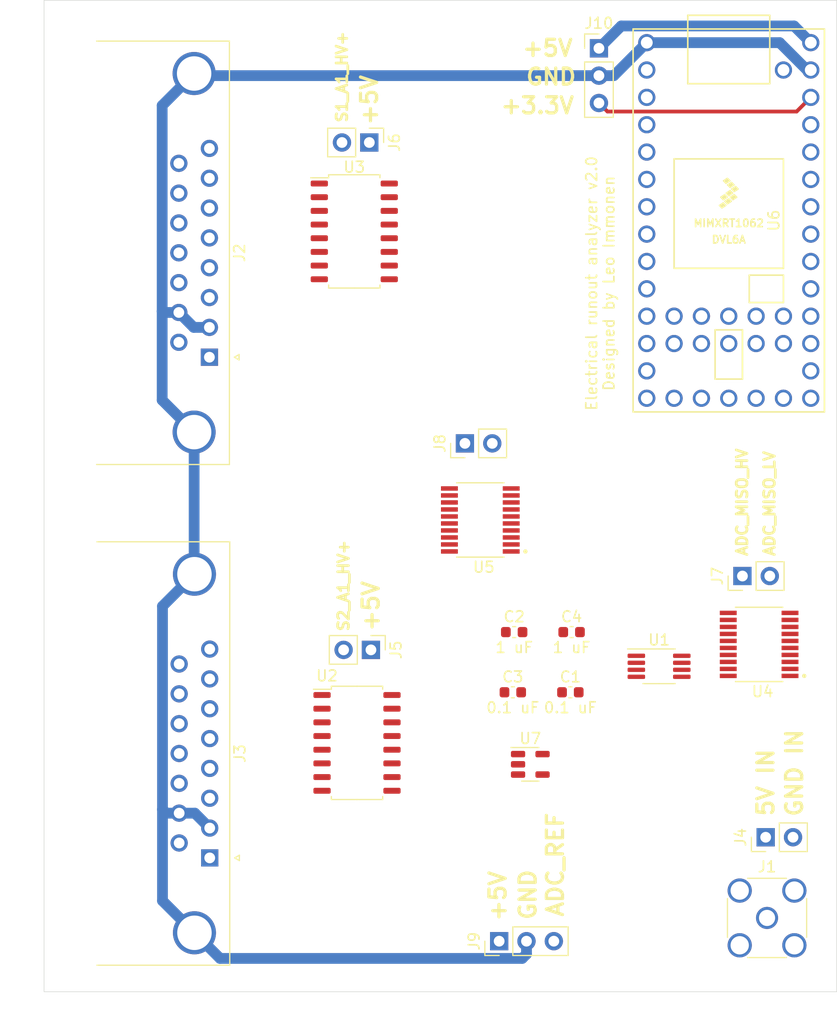
<source format=kicad_pcb>
(kicad_pcb (version 20211014) (generator pcbnew)
  (layers (0 "F.Cu" signal) (31 "B.Cu" signal) (34 "B.Paste" user) (35 "F.Paste" user) (36 "B.SilkS" user "B.Silkscreen") (37 "F.SilkS" user "F.Silkscreen") (38 "B.Mask" user) (39 "F.Mask" user) (44 "Edge.Cuts" user))
  (net 0 "")
  (net 1 "GND")
  (net 4 "/ADC_CLK_LV")
  (net 7 "/ADC_MISO_LV")
  (net 18 "+3V3")
  (net 19 "+5V")
  (net 22 "/ADC_CS_LV")
  (net 23 "/S2_AS_LV")
  (net 24 "/S1_AS_LV")
  (net 25 "/S2_A0_LV")
  (net 26 "/S1_A0_LV")
  (net 28 "/S2_A2_LV")
  (net 29 "/S2_A1_LV")
  (net 30 "/S1_A2_LV")
  (net 31 "/S1_A1_LV")
  (net 43 "/S1_A0_HV")
  (net 44 "/S1_A1_HV")
  (net 45 "/S1_A2_HV")
  (net 46 "/S1_AS_HV")
  (net 47 "/S2_A0_HV")
  (net 48 "/S2_A1_HV")
  (net 49 "/S2_A2_HV")
  (net 50 "/S2_AS_HV")
  (net 61 "/ADC_CS_HV")
  (net 62 "/ADC_MISO_HV")
  (net 63 "/ADC_CLK_HV")
  (net 64 "Net-(C3-Pad1)")
  (net 65 "/ADC_REF")
  (net 66 "/S1_A0_HV-")
  (net 67 "/S1_A0_HV+")
  (net 68 "/S1_A1_HV+")
  (net 69 "/S1_A1_HV-")
  (net 70 "/S1_A2_HV-")
  (net 71 "/S1_A2_HV+")
  (net 75 "/S2_A0_HV-")
  (net 76 "/S2_A0_HV+")
  (net 77 "/S2_A1_HV+")
  (net 78 "/S2_A1_HV-")
  (net 79 "/S2_A2_HV-")
  (net 80 "/S2_A2_HV+")
  (net 84 "/ADC_IN5V")
  (net 85 "/ADC_INGND")
  (footprint "TXB0108PWR:SOP65P640X120-20N" (layer "F.Cu") (at 50.5725 58.293 180)
    (fp_text reference "U5" (at -0.325 -4.385) (layer "F.SilkS"))
    (fp_text value "TXB0108PWR")
    (fp_line (start -2.2 3.45) (end 2.2 3.45) (layer "F.SilkS") (width 0.127))
    (fp_line (start -2.2 -3.45) (end 2.2 -3.45) (layer "F.SilkS") (width 0.127))
    (fp_circle (center -4.19 -2.925) (end -4.09 -2.925) (layer "F.SilkS") (width 0.2) (fill none))
    (pad "1" smd roundrect locked (at -2.87 -2.925 180) (size 1.57 0.41) (layers "F.Cu" "F.Paste" "F.Mask") (roundrect_rratio 0.05) (net 23 "/S2_AS_LV"))
    (pad "2" smd roundrect locked (at -2.87 -2.275 180) (size 1.57 0.41) (layers "F.Cu" "F.Paste" "F.Mask") (roundrect_rratio 0.05) (net 18 "+3V3"))
    (pad "3" smd roundrect locked (at -2.87 -1.625 180) (size 1.57 0.41) (layers "F.Cu" "F.Paste" "F.Mask") (roundrect_rratio 0.05) (net 28 "/S2_A2_LV"))
    (pad "4" smd roundrect locked (at -2.87 -0.975 180) (size 1.57 0.41) (layers "F.Cu" "F.Paste" "F.Mask") (roundrect_rratio 0.05) (net 29 "/S2_A1_LV"))
    (pad "5" smd roundrect locked (at -2.87 -0.325 180) (size 1.57 0.41) (layers "F.Cu" "F.Paste" "F.Mask") (roundrect_rratio 0.05) (net 25 "/S2_A0_LV"))
    (pad "6" smd roundrect locked (at -2.87 0.325 180) (size 1.57 0.41) (layers "F.Cu" "F.Paste" "F.Mask") (roundrect_rratio 0.05) (net 24 "/S1_AS_LV"))
    (pad "7" smd roundrect locked (at -2.87 0.975 180) (size 1.57 0.41) (layers "F.Cu" "F.Paste" "F.Mask") (roundrect_rratio 0.05) (net 30 "/S1_A2_LV"))
    (pad "8" smd roundrect locked (at -2.87 1.625 180) (size 1.57 0.41) (layers "F.Cu" "F.Paste" "F.Mask") (roundrect_rratio 0.05) (net 31 "/S1_A1_LV"))
    (pad "9" smd roundrect locked (at -2.87 2.275 180) (size 1.57 0.41) (layers "F.Cu" "F.Paste" "F.Mask") (roundrect_rratio 0.05) (net 26 "/S1_A0_LV"))
    (pad "10" smd roundrect locked (at -2.87 2.925 180) (size 1.57 0.41) (layers "F.Cu" "F.Paste" "F.Mask") (roundrect_rratio 0.05) (net 18 "+3V3"))
    (pad "11" smd roundrect locked (at 2.87 2.925 180) (size 1.57 0.41) (layers "F.Cu" "F.Paste" "F.Mask") (roundrect_rratio 0.05) (net 1 "GND"))
    (pad "12" smd roundrect locked (at 2.87 2.275 180) (size 1.57 0.41) (layers "F.Cu" "F.Paste" "F.Mask") (roundrect_rratio 0.05) (net 43 "/S1_A0_HV"))
    (pad "13" smd roundrect locked (at 2.87 1.625 180) (size 1.57 0.41) (layers "F.Cu" "F.Paste" "F.Mask") (roundrect_rratio 0.05) (net 44 "/S1_A1_HV"))
    (pad "14" smd roundrect locked (at 2.87 0.975 180) (size 1.57 0.41) (layers "F.Cu" "F.Paste" "F.Mask") (roundrect_rratio 0.05) (net 45 "/S1_A2_HV"))
    (pad "15" smd roundrect locked (at 2.87 0.325 180) (size 1.57 0.41) (layers "F.Cu" "F.Paste" "F.Mask") (roundrect_rratio 0.05) (net 46 "/S1_AS_HV"))
    (pad "16" smd roundrect locked (at 2.87 -0.325 180) (size 1.57 0.41) (layers "F.Cu" "F.Paste" "F.Mask") (roundrect_rratio 0.05) (net 47 "/S2_A0_HV"))
    (pad "17" smd roundrect locked (at 2.87 -0.975 180) (size 1.57 0.41) (layers "F.Cu" "F.Paste" "F.Mask") (roundrect_rratio 0.05) (net 48 "/S2_A1_HV"))
    (pad "18" smd roundrect locked (at 2.87 -1.625 180) (size 1.57 0.41) (layers "F.Cu" "F.Paste" "F.Mask") (roundrect_rratio 0.05) (net 49 "/S2_A2_HV"))
    (pad "19" smd roundrect locked (at 2.87 -2.275 180) (size 1.57 0.41) (layers "F.Cu" "F.Paste" "F.Mask") (roundrect_rratio 0.05) (net 19 "+5V"))
    (pad "20" smd roundrect locked (at 2.87 -2.925 180) (size 1.57 0.41) (layers "F.Cu" "F.Paste" "F.Mask") (roundrect_rratio 0.05) (net 50 "/S2_AS_HV"))
  )
  (footprint "Connector_PinHeader_2.54mm:PinHeader_1x02_P2.54mm_Vertical" (layer "F.Cu") (at 40.411 70.358 -90)
    (fp_text reference "J5" (at 0 -2.33 90) (layer "F.SilkS"))
    (fp_text value "Conn_01x02_Female")
    (fp_line (start -1.33 -1.33) (end 0 -1.33) (layer "F.SilkS") (width 0.12))
    (fp_line (start -1.33 0) (end -1.33 -1.33) (layer "F.SilkS") (width 0.12))
    (fp_line (start -1.33 1.27) (end 1.33 1.27) (layer "F.SilkS") (width 0.12))
    (fp_line (start 1.33 1.27) (end 1.33 3.87) (layer "F.SilkS") (width 0.12))
    (fp_line (start -1.33 3.87) (end 1.33 3.87) (layer "F.SilkS") (width 0.12))
    (fp_line (start -1.33 1.27) (end -1.33 3.87) (layer "F.SilkS") (width 0.12))
    (pad "1" thru_hole rect (at 0 0 270) (size 1.7 1.7) (drill 1) (layers *.Cu *.Mask) (net 19 "+5V"))
    (pad "2" thru_hole oval (at 0 2.54 270) (size 1.7 1.7) (drill 1) (layers *.Cu *.Mask) (net 77 "/S2_A1_HV+"))
  )
  (footprint "Package_SO:SOIC-16_4.55x10.3mm_P1.27mm" (layer "F.Cu") (at 38.862 31.496)
    (fp_text reference "U3" (at 0 -5.969 180) (layer "F.SilkS"))
    (fp_text value "MC3486N")
    (fp_line (start 0 -5.26) (end -2.385 -5.26) (layer "F.SilkS") (width 0.12))
    (fp_line (start 0 5.26) (end -2.385 5.26) (layer "F.SilkS") (width 0.12))
    (fp_line (start 2.385 5.26) (end 2.385 4.98) (layer "F.SilkS") (width 0.12))
    (fp_line (start 2.385 -5.26) (end 2.385 -4.98) (layer "F.SilkS") (width 0.12))
    (fp_line (start 0 5.26) (end 2.385 5.26) (layer "F.SilkS") (width 0.12))
    (fp_line (start 0 -5.26) (end 2.385 -5.26) (layer "F.SilkS") (width 0.12))
    (fp_line (start -2.385 5.26) (end -2.385 4.98) (layer "F.SilkS") (width 0.12))
    (fp_line (start -2.385 -4.98) (end -4.05 -4.98) (layer "F.SilkS") (width 0.12))
    (fp_line (start -2.385 -5.26) (end -2.385 -4.98) (layer "F.SilkS") (width 0.12))
    (pad "1" smd roundrect (at -3.25 -4.445) (size 1.6 0.55) (layers "F.Cu" "F.Paste" "F.Mask") (net 66 "/S1_A0_HV-"))
    (pad "2" smd roundrect (at -3.25 -3.175) (size 1.6 0.55) (layers "F.Cu" "F.Paste" "F.Mask") (net 67 "/S1_A0_HV+"))
    (pad "3" smd roundrect (at -3.25 -1.905) (size 1.6 0.55) (layers "F.Cu" "F.Paste" "F.Mask") (net 43 "/S1_A0_HV"))
    (pad "4" smd roundrect (at -3.25 -0.635) (size 1.6 0.55) (layers "F.Cu" "F.Paste" "F.Mask") (net 19 "+5V"))
    (pad "5" smd roundrect (at -3.25 0.635) (size 1.6 0.55) (layers "F.Cu" "F.Paste" "F.Mask") (net 44 "/S1_A1_HV"))
    (pad "6" smd roundrect (at -3.25 1.905) (size 1.6 0.55) (layers "F.Cu" "F.Paste" "F.Mask") (net 68 "/S1_A1_HV+"))
    (pad "7" smd roundrect (at -3.25 3.175) (size 1.6 0.55) (layers "F.Cu" "F.Paste" "F.Mask") (net 69 "/S1_A1_HV-"))
    (pad "8" smd roundrect (at -3.25 4.445) (size 1.6 0.55) (layers "F.Cu" "F.Paste" "F.Mask") (net 1 "GND"))
    (pad "9" smd roundrect (at 3.25 4.445) (size 1.6 0.55) (layers "F.Cu" "F.Paste" "F.Mask") (net 70 "/S1_A2_HV-"))
    (pad "10" smd roundrect (at 3.25 3.175) (size 1.6 0.55) (layers "F.Cu" "F.Paste" "F.Mask") (net 71 "/S1_A2_HV+"))
    (pad "11" smd roundrect (at 3.25 1.905) (size 1.6 0.55) (layers "F.Cu" "F.Paste" "F.Mask") (net 45 "/S1_A2_HV"))
    (pad "12" smd roundrect (at 3.25 0.635) (size 1.6 0.55) (layers "F.Cu" "F.Paste" "F.Mask") (net 19 "+5V"))
    (pad "13" smd roundrect (at 3.25 -0.635) (size 1.6 0.55) (layers "F.Cu" "F.Paste" "F.Mask"))
    (pad "14" smd roundrect (at 3.25 -1.905) (size 1.6 0.55) (layers "F.Cu" "F.Paste" "F.Mask"))
    (pad "15" smd roundrect (at 3.25 -3.175) (size 1.6 0.55) (layers "F.Cu" "F.Paste" "F.Mask"))
    (pad "16" smd roundrect (at 3.25 -4.445) (size 1.6 0.55) (layers "F.Cu" "F.Paste" "F.Mask") (net 19 "+5V"))
  )
  (footprint "Connector_PinHeader_2.54mm:PinHeader_1x02_P2.54mm_Vertical" (layer "F.Cu") (at 74.93 63.5 90)
    (fp_text reference "J7" (at 0 -2.33 90) (layer "F.SilkS"))
    (fp_text value "Conn_01x02_Female")
    (fp_line (start -1.33 3.87) (end 1.33 3.87) (layer "F.SilkS") (width 0.12))
    (fp_line (start -1.33 -1.33) (end 0 -1.33) (layer "F.SilkS") (width 0.12))
    (fp_line (start -1.33 1.27) (end 1.33 1.27) (layer "F.SilkS") (width 0.12))
    (fp_line (start -1.33 0) (end -1.33 -1.33) (layer "F.SilkS") (width 0.12))
    (fp_line (start 1.33 1.27) (end 1.33 3.87) (layer "F.SilkS") (width 0.12))
    (fp_line (start -1.33 1.27) (end -1.33 3.87) (layer "F.SilkS") (width 0.12))
    (pad "1" thru_hole rect (at 0 0 90) (size 1.7 1.7) (drill 1) (layers *.Cu *.Mask) (net 62 "/ADC_MISO_HV"))
    (pad "2" thru_hole oval (at 0 2.54 90) (size 1.7 1.7) (drill 1) (layers *.Cu *.Mask) (net 7 "/ADC_MISO_LV"))
  )
  (footprint "Connector_PinHeader_2.54mm:PinHeader_1x02_P2.54mm_Vertical" (layer "F.Cu") (at 77.089 87.757 90)
    (fp_text reference "J4" (at 0 -2.33 90) (layer "F.SilkS"))
    (fp_text value "Conn_01x02_Female")
    (fp_line (start -1.33 1.27) (end -1.33 3.87) (layer "F.SilkS") (width 0.12))
    (fp_line (start -1.33 -1.33) (end 0 -1.33) (layer "F.SilkS") (width 0.12))
    (fp_line (start -1.33 3.87) (end 1.33 3.87) (layer "F.SilkS") (width 0.12))
    (fp_line (start -1.33 0) (end -1.33 -1.33) (layer "F.SilkS") (width 0.12))
    (fp_line (start -1.33 1.27) (end 1.33 1.27) (layer "F.SilkS") (width 0.12))
    (fp_line (start 1.33 1.27) (end 1.33 3.87) (layer "F.SilkS") (width 0.12))
    (pad "1" thru_hole rect (at 0 0 90) (size 1.7 1.7) (drill 1) (layers *.Cu *.Mask) (net 84 "/ADC_IN5V"))
    (pad "2" thru_hole oval (at 0 2.54 90) (size 1.7 1.7) (drill 1) (layers *.Cu *.Mask) (net 85 "/ADC_INGND"))
  )
  (footprint "Connector_PinHeader_2.54mm:PinHeader_1x03_P2.54mm_Vertical" (layer "F.Cu") (at 61.595 14.493)
    (fp_text reference "J10" (at 0 -2.33) (layer "F.SilkS"))
    (fp_text value "Conn_01x03_Female")
    (fp_line (start 1.33 1.27) (end 1.33 6.41) (layer "F.SilkS") (width 0.12))
    (fp_line (start -1.33 6.41) (end 1.33 6.41) (layer "F.SilkS") (width 0.12))
    (fp_line (start -1.33 -1.33) (end 0 -1.33) (layer "F.SilkS") (width 0.12))
    (fp_line (start -1.33 0) (end -1.33 -1.33) (layer "F.SilkS") (width 0.12))
    (fp_line (start -1.33 1.27) (end 1.33 1.27) (layer "F.SilkS") (width 0.12))
    (fp_line (start -1.33 1.27) (end -1.33 6.41) (layer "F.SilkS") (width 0.12))
    (pad "1" thru_hole rect (at 0 0) (size 1.7 1.7) (drill 1) (layers *.Cu *.Mask) (net 19 "+5V"))
    (pad "2" thru_hole oval (at 0 2.54) (size 1.7 1.7) (drill 1) (layers *.Cu *.Mask) (net 1 "GND"))
    (pad "3" thru_hole oval (at 0 5.08) (size 1.7 1.7) (drill 1) (layers *.Cu *.Mask) (net 18 "+3V3"))
  )
  (footprint "Capacitor_SMD:C_0603_1608Metric" (layer "F.Cu") (at 53.721 68.707)
    (fp_text reference "C2" (at 0 -1.43) (layer "F.SilkS"))
    (fp_text value "1 uF" (at 0 1.43) (layer "F.SilkS"))
    (fp_line (start -0.14058 0.51) (end 0.14058 0.51) (layer "F.SilkS") (width 0.12))
    (fp_line (start -0.14058 -0.51) (end 0.14058 -0.51) (layer "F.SilkS") (width 0.12))
    (pad "1" smd roundrect (at -0.775 0) (size 0.9 0.95) (layers "F.Cu" "F.Paste" "F.Mask") (net 19 "+5V"))
    (pad "2" smd roundrect (at 0.775 0) (size 0.9 0.95) (layers "F.Cu" "F.Paste" "F.Mask") (net 1 "GND"))
  )
  (footprint "teensy:Teensy40" (layer "F.Cu") (at 73.66 30.48 -90)
    (fp_text reference "U6" (at 0 -4.191 90) (layer "F.SilkS"))
    (fp_text value "Teensy4.0")
    (fp_text user "DVL6A" (at 1.778 0) (layer "F.SilkS") (effects (font (size 0.7 0.7))))
    (fp_text user "MIMXRT1062" (at 0.254 0) (layer "F.SilkS") (effects (font (size 0.7 0.7))))
    (fp_line (start -17.78 8.89) (end -17.78 -8.89) (layer "F.SilkS") (width 0.15))
    (fp_line (start -12.7 -3.81) (end -17.78 -3.81) (layer "F.SilkS") (width 0.15))
    (fp_line (start 4.445 5.08) (end -5.715 5.08) (layer "F.SilkS") (width 0.15))
    (fp_line (start -19.05 -3.81) (end -17.78 -3.81) (layer "F.SilkS") (width 0.15))
    (fp_line (start -12.7 3.81) (end -17.78 3.81) (layer "F.SilkS") (width 0.15))
    (fp_line (start 10.16 1.27) (end 10.16 -1.27) (layer "F.SilkS") (width 0.15))
    (fp_line (start 10.16 -1.27) (end 14.732 -1.27) (layer "F.SilkS") (width 0.15))
    (fp_line (start 4.445 5.08) (end 4.445 -5.08) (layer "F.SilkS") (width 0.15))
    (fp_line (start 14.732 -1.27) (end 14.732 1.27) (layer "F.SilkS") (width 0.15))
    (fp_line (start 14.732 1.27) (end 10.16 1.27) (layer "F.SilkS") (width 0.15))
    (fp_line (start 7.62 -5.08) (end 7.62 -1.905) (layer "F.SilkS") (width 0.15))
    (fp_line (start 17.78 -8.89) (end 17.78 8.89) (layer "F.SilkS") (width 0.15))
    (fp_line (start 7.62 -1.905) (end 5.08 -1.905) (layer "F.SilkS") (width 0.15))
    (fp_line (start -17.78 3.81) (end -19.05 3.81) (layer "F.SilkS") (width 0.15))
    (fp_line (start 5.08 -1.905) (end 5.08 -5.08) (layer "F.SilkS") (width 0.15))
    (fp_line (start -5.715 -5.08) (end -5.715 5.08) (layer "F.SilkS") (width 0.15))
    (fp_line (start 5.08 -5.08) (end 7.62 -5.08) (layer "F.SilkS") (width 0.15))
    (fp_line (start -12.7 3.81) (end -12.7 -3.81) (layer "F.SilkS") (width 0.15))
    (fp_line (start -19.05 3.81) (end -19.05 -3.81) (layer "F.SilkS") (width 0.15))
    (fp_line (start -17.78 -8.89) (end 17.78 -8.89) (layer "F.SilkS") (width 0.15))
    (fp_line (start 4.445 -5.08) (end -5.715 -5.08) (layer "F.SilkS") (width 0.15))
    (fp_line (start 17.78 8.89) (end -17.78 8.89) (layer "F.SilkS") (width 0.15))
    (fp_poly (pts (xy -2.794 -0.127) (xy -2.54 -0.381) (xy -2.286 0) (xy -2.54 0.254)) (layer "F.SilkS") (width 0.1) (fill solid))
    (fp_poly (pts (xy -3.175 -0.635) (xy -2.921 -0.889) (xy -2.667 -0.508) (xy -2.921 -0.254)) (layer "F.SilkS") (width 0.1) (fill solid))
    (fp_poly (pts (xy -2.413 0.381) (xy -2.159 0.127) (xy -1.905 0.508) (xy -2.159 0.762)) (layer "F.SilkS") (width 0.1) (fill solid))
    (fp_poly (pts (xy -3.556 -0.254) (xy -3.302 -0.508) (xy -3.048 -0.127) (xy -3.302 0.127)) (layer "F.SilkS") (width 0.1) (fill solid))
    (fp_poly (pts (xy -3.937 0.127) (xy -3.683 -0.127) (xy -3.429 0.254) (xy -3.683 0.508)) (layer "F.SilkS") (width 0.1) (fill solid))
    (fp_poly (pts (xy -2.032 0) (xy -1.778 -0.254) (xy -1.524 0.127) (xy -1.778 0.381)) (layer "F.SilkS") (width 0.1) (fill solid))
    (fp_poly (pts (xy -1.651 0.508) (xy -1.397 0.254) (xy -1.143 0.635) (xy -1.397 0.889)) (layer "F.SilkS") (width 0.1) (fill solid))
    (fp_poly (pts (xy -2.413 -0.508) (xy -2.159 -0.762) (xy -1.905 -0.381) (xy -2.159 -0.127)) (layer "F.SilkS") (width 0.1) (fill solid))
    (pad "1" thru_hole circle locked (at -16.51 7.62 270) (size 1.6 1.6) (drill 1.1) (layers *.Cu *.Mask) (net 1 "GND"))
    (pad "2" thru_hole circle locked (at -13.97 7.62 270) (size 1.6 1.6) (drill 1.1) (layers *.Cu *.Mask))
    (pad "3" thru_hole circle locked (at -11.43 7.62 270) (size 1.6 1.6) (drill 1.1) (layers *.Cu *.Mask) (net 31 "/S1_A1_LV"))
    (pad "4" thru_hole circle locked (at -8.89 7.62 270) (size 1.6 1.6) (drill 1.1) (layers *.Cu *.Mask) (net 30 "/S1_A2_LV"))
    (pad "5" thru_hole circle locked (at -6.35 7.62 270) (size 1.6 1.6) (drill 1.1) (layers *.Cu *.Mask) (net 29 "/S2_A1_LV"))
    (pad "6" thru_hole circle locked (at -3.81 7.62 270) (size 1.6 1.6) (drill 1.1) (layers *.Cu *.Mask) (net 28 "/S2_A2_LV"))
    (pad "7" thru_hole circle locked (at -1.27 7.62 270) (size 1.6 1.6) (drill 1.1) (layers *.Cu *.Mask))
    (pad "8" thru_hole circle locked (at 1.27 7.62 270) (size 1.6 1.6) (drill 1.1) (layers *.Cu *.Mask) (net 26 "/S1_A0_LV"))
    (pad "9" thru_hole circle locked (at 3.81 7.62 270) (size 1.6 1.6) (drill 1.1) (layers *.Cu *.Mask) (net 25 "/S2_A0_LV"))
    (pad "10" thru_hole circle locked (at 6.35 7.62 270) (size 1.6 1.6) (drill 1.1) (layers *.Cu *.Mask) (net 24 "/S1_AS_LV"))
    (pad "11" thru_hole circle locked (at 8.89 7.62 270) (size 1.6 1.6) (drill 1.1) (layers *.Cu *.Mask) (net 23 "/S2_AS_LV"))
    (pad "12" thru_hole circle locked (at 11.43 7.62 270) (size 1.6 1.6) (drill 1.1) (layers *.Cu *.Mask) (net 22 "/ADC_CS_LV"))
    (pad "13" thru_hole circle locked (at 13.97 7.62 270) (size 1.6 1.6) (drill 1.1) (layers *.Cu *.Mask))
    (pad "14" thru_hole circle locked (at 16.51 7.62 270) (size 1.6 1.6) (drill 1.1) (layers *.Cu *.Mask) (net 7 "/ADC_MISO_LV"))
    (pad "15" thru_hole circle locked (at 16.51 5.08 270) (size 1.6 1.6) (drill 1.1) (layers *.Cu *.Mask))
    (pad "16" thru_hole circle locked (at 16.51 2.54 270) (size 1.6 1.6) (drill 1.1) (layers *.Cu *.Mask))
    (pad "17" thru_hole circle locked (at 16.51 0 270) (size 1.6 1.6) (drill 1.1) (layers *.Cu *.Mask) (net 1 "GND"))
    (pad "18" thru_hole circle locked (at 16.51 -2.54 270) (size 1.6 1.6) (drill 1.1) (layers *.Cu *.Mask))
    (pad "19" thru_hole circle locked (at 16.51 -5.08 270) (size 1.6 1.6) (drill 1.1) (layers *.Cu *.Mask))
    (pad "20" thru_hole circle locked (at 16.51 -7.62 270) (size 1.6 1.6) (drill 1.1) (layers *.Cu *.Mask) (net 4 "/ADC_CLK_LV"))
    (pad "21" thru_hole circle locked (at 13.97 -7.62 270) (size 1.6 1.6) (drill 1.1) (layers *.Cu *.Mask))
    (pad "22" thru_hole circle locked (at 11.43 -7.62 270) (size 1.6 1.6) (drill 1.1) (layers *.Cu *.Mask))
    (pad "23" thru_hole circle locked (at 8.89 -7.62 270) (size 1.6 1.6) (drill 1.1) (layers *.Cu *.Mask))
    (pad "24" thru_hole circle locked (at 6.35 -7.62 270) (size 1.6 1.6) (drill 1.1) (layers *.Cu *.Mask))
    (pad "25" thru_hole circle locked (at 3.81 -7.62 270) (size 1.6 1.6) (drill 1.1) (layers *.Cu *.Mask))
    (pad "26" thru_hole circle locked (at 1.27 -7.62 270) (size 1.6 1.6) (drill 1.1) (layers *.Cu *.Mask))
    (pad "27" thru_hole circle locked (at -1.27 -7.62 270) (size 1.6 1.6) (drill 1.1) (layers *.Cu *.Mask))
    (pad "28" thru_hole circle locked (at -3.81 -7.62 270) (size 1.6 1.6) (drill 1.1) (layers *.Cu *.Mask))
    (pad "29" thru_hole circle locked (at -6.35 -7.62 270) (size 1.6 1.6) (drill 1.1) (layers *.Cu *.Mask))
    (pad "30" thru_hole circle locked (at -8.89 -7.62 270) (size 1.6 1.6) (drill 1.1) (layers *.Cu *.Mask))
    (pad "31" thru_hole circle locked (at -11.43 -7.62 270) (size 1.6 1.6) (drill 1.1) (layers *.Cu *.Mask) (net 18 "+3V3"))
    (pad "32" thru_hole circle locked (at -13.97 -7.62 270) (size 1.6 1.6) (drill 1.1) (layers *.Cu *.Mask) (net 1 "GND"))
    (pad "33" thru_hole circle locked (at -16.51 -7.62 270) (size 1.6 1.6) (drill 1.1) (layers *.Cu *.Mask) (net 19 "+5V"))
    (pad "34" thru_hole circle locked (at -13.97 -5.08 270) (size 1.6 1.6) (drill 1.1) (layers *.Cu *.Mask))
    (pad "35" thru_hole circle locked (at 11.43 -5.08 270) (size 1.6 1.6) (drill 1.1) (layers *.Cu *.Mask))
    (pad "36" thru_hole circle locked (at 8.89 -5.08 270) (size 1.6 1.6) (drill 1.1) (layers *.Cu *.Mask))
    (pad "37" thru_hole circle locked (at 11.43 -2.54 270) (size 1.6 1.6) (drill 1.1) (layers *.Cu *.Mask))
    (pad "38" thru_hole circle locked (at 8.89 -2.54 270) (size 1.6 1.6) (drill 1.1) (layers *.Cu *.Mask))
    (pad "39" thru_hole circle locked (at 11.43 0 270) (size 1.6 1.6) (drill 1.1) (layers *.Cu *.Mask))
    (pad "40" thru_hole circle locked (at 8.89 0 270) (size 1.6 1.6) (drill 1.1) (layers *.Cu *.Mask))
    (pad "41" thru_hole circle locked (at 11.43 2.54 270) (size 1.6 1.6) (drill 1.1) (layers *.Cu *.Mask))
    (pad "42" thru_hole circle locked (at 8.89 2.54 270) (size 1.6 1.6) (drill 1.1) (layers *.Cu *.Mask))
    (pad "43" thru_hole circle locked (at 11.43 5.08 270) (size 1.6 1.6) (drill 1.1) (layers *.Cu *.Mask))
    (pad "44" thru_hole circle locked (at 8.89 5.08 270) (size 1.6 1.6) (drill 1.1) (layers *.Cu *.Mask))
  )
  (footprint "Connector_Coaxial:SMA_Amphenol_132134-16_Vertical" (layer "F.Cu") (at 77.216 95.25)
    (fp_text reference "J1" (at 0 -4.75) (layer "F.SilkS"))
    (fp_text value "Conn_Coaxial")
    (fp_line (start -1.8 3.68) (end 1.8 3.68) (layer "F.SilkS") (width 0.12))
    (fp_line (start -1.8 -3.68) (end 1.8 -3.68) (layer "F.SilkS") (width 0.12))
    (fp_line (start -3.68 -1.8) (end -3.68 1.8) (layer "F.SilkS") (width 0.12))
    (fp_line (start 3.68 -1.8) (end 3.68 1.8) (layer "F.SilkS") (width 0.12))
    (pad "1" thru_hole circle (at 0 0) (size 2.05 2.05) (drill 1.5) (layers *.Cu *.Mask) (net 84 "/ADC_IN5V"))
    (pad "2" thru_hole circle (at -2.54 -2.54) (size 2.25 2.25) (drill 1.7) (layers *.Cu *.Mask) (net 85 "/ADC_INGND"))
    (pad "2" thru_hole circle (at -2.54 2.54) (size 2.25 2.25) (drill 1.7) (layers *.Cu *.Mask) (net 85 "/ADC_INGND"))
    (pad "2" thru_hole circle (at 2.54 2.54) (size 2.25 2.25) (drill 1.7) (layers *.Cu *.Mask) (net 85 "/ADC_INGND"))
    (pad "2" thru_hole circle (at 2.54 -2.54) (size 2.25 2.25) (drill 1.7) (layers *.Cu *.Mask) (net 85 "/ADC_INGND"))
  )
  (footprint "Capacitor_SMD:C_0603_1608Metric" (layer "F.Cu") (at 58.941 74.295)
    (fp_text reference "C1" (at 0 -1.43) (layer "F.SilkS"))
    (fp_text value "0.1 uF" (at 0 1.43) (layer "F.SilkS"))
    (fp_line (start -0.14058 0.51) (end 0.14058 0.51) (layer "F.SilkS") (width 0.12))
    (fp_line (start -0.14058 -0.51) (end 0.14058 -0.51) (layer "F.SilkS") (width 0.12))
    (pad "1" smd roundrect (at -0.775 0) (size 0.9 0.95) (layers "F.Cu" "F.Paste" "F.Mask") (net 19 "+5V"))
    (pad "2" smd roundrect (at 0.775 0) (size 0.9 0.95) (layers "F.Cu" "F.Paste" "F.Mask") (net 1 "GND"))
  )
  (footprint "Capacitor_SMD:C_0603_1608Metric" (layer "F.Cu") (at 59.055 68.707)
    (fp_text reference "C4" (at 0 -1.43) (layer "F.SilkS"))
    (fp_text value "1 uF" (at 0 1.43) (layer "F.SilkS"))
    (fp_line (start -0.14058 -0.51) (end 0.14058 -0.51) (layer "F.SilkS") (width 0.12))
    (fp_line (start -0.14058 0.51) (end 0.14058 0.51) (layer "F.SilkS") (width 0.12))
    (pad "1" smd roundrect (at -0.775 0) (size 0.9 0.95) (layers "F.Cu" "F.Paste" "F.Mask") (net 65 "/ADC_REF"))
    (pad "2" smd roundrect (at 0.775 0) (size 0.9 0.95) (layers "F.Cu" "F.Paste" "F.Mask") (net 1 "GND"))
  )
  (footprint "Package_TO_SOT_SMD:SOT-23-5" (layer "F.Cu") (at 55.2185 80.985)
    (fp_text reference "U7" (at 0 -2.4) (layer "F.SilkS"))
    (fp_text value "TPS793475-EP")
    (fp_line (start 0 -1.56) (end 0.8 -1.56) (layer "F.SilkS") (width 0.12))
    (fp_line (start 0 1.56) (end 0.8 1.56) (layer "F.SilkS") (width 0.12))
    (fp_line (start 0 1.56) (end -0.8 1.56) (layer "F.SilkS") (width 0.12))
    (fp_line (start 0 -1.56) (end -1.8 -1.56) (layer "F.SilkS") (width 0.12))
    (pad "1" smd roundrect (at -1.1375 -0.95) (size 1.325 0.6) (layers "F.Cu" "F.Paste" "F.Mask") (net 19 "+5V"))
    (pad "2" smd roundrect (at -1.1375 0) (size 1.325 0.6) (layers "F.Cu" "F.Paste" "F.Mask") (net 1 "GND"))
    (pad "3" smd roundrect (at -1.1375 0.95) (size 1.325 0.6) (layers "F.Cu" "F.Paste" "F.Mask") (net 1 "GND"))
    (pad "4" smd roundrect (at 1.1375 0.95) (size 1.325 0.6) (layers "F.Cu" "F.Paste" "F.Mask") (net 64 "Net-(C3-Pad1)"))
    (pad "5" smd roundrect (at 1.1375 -0.95) (size 1.325 0.6) (layers "F.Cu" "F.Paste" "F.Mask") (net 65 "/ADC_REF"))
  )
  (footprint "Package_SO:MSOP-8_3x3mm_P0.65mm" (layer "F.Cu") (at 67.183 71.882)
    (fp_text reference "U1" (at 0 -2.45) (layer "F.SilkS"))
    (fp_text value "MCP3301")
    (fp_line (start 0 1.61) (end 1.5 1.61) (layer "F.SilkS") (width 0.12))
    (fp_line (start 0 1.61) (end -1.5 1.61) (layer "F.SilkS") (width 0.12))
    (fp_line (start 0 -1.61) (end 1.5 -1.61) (layer "F.SilkS") (width 0.12))
    (fp_line (start 0 -1.61) (end -2.925 -1.61) (layer "F.SilkS") (width 0.12))
    (pad "1" smd roundrect (at -2.1125 -0.975) (size 1.625 0.4) (layers "F.Cu" "F.Paste" "F.Mask") (net 65 "/ADC_REF"))
    (pad "2" smd roundrect (at -2.1125 -0.325) (size 1.625 0.4) (layers "F.Cu" "F.Paste" "F.Mask") (net 84 "/ADC_IN5V"))
    (pad "3" smd roundrect (at -2.1125 0.325) (size 1.625 0.4) (layers "F.Cu" "F.Paste" "F.Mask") (net 85 "/ADC_INGND"))
    (pad "4" smd roundrect (at -2.1125 0.975) (size 1.625 0.4) (layers "F.Cu" "F.Paste" "F.Mask") (net 1 "GND"))
    (pad "5" smd roundrect (at 2.1125 0.975) (size 1.625 0.4) (layers "F.Cu" "F.Paste" "F.Mask") (net 61 "/ADC_CS_HV"))
    (pad "6" smd roundrect (at 2.1125 0.325) (size 1.625 0.4) (layers "F.Cu" "F.Paste" "F.Mask") (net 62 "/ADC_MISO_HV"))
    (pad "7" smd roundrect (at 2.1125 -0.325) (size 1.625 0.4) (layers "F.Cu" "F.Paste" "F.Mask") (net 63 "/ADC_CLK_HV"))
    (pad "8" smd roundrect (at 2.1125 -0.975) (size 1.625 0.4) (layers "F.Cu" "F.Paste" "F.Mask") (net 19 "+5V"))
  )
  (footprint "Capacitor_SMD:C_0603_1608Metric" (layer "F.Cu") (at 53.594 74.295)
    (fp_text reference "C3" (at 0 -1.43) (layer "F.SilkS"))
    (fp_text value "0.1 uF" (at 0 1.43) (layer "F.SilkS"))
    (fp_line (start -0.14058 -0.51) (end 0.14058 -0.51) (layer "F.SilkS") (width 0.12))
    (fp_line (start -0.14058 0.51) (end 0.14058 0.51) (layer "F.SilkS") (width 0.12))
    (pad "1" smd roundrect (at -0.775 0) (size 0.9 0.95) (layers "F.Cu" "F.Paste" "F.Mask") (net 64 "Net-(C3-Pad1)"))
    (pad "2" smd roundrect (at 0.775 0) (size 0.9 0.95) (layers "F.Cu" "F.Paste" "F.Mask") (net 1 "GND"))
  )
  (footprint "Package_SO:SOIC-16_4.55x10.3mm_P1.27mm" (layer "F.Cu") (at 39.116 78.994)
    (fp_text reference "U2" (at -2.794 -6.227) (layer "F.SilkS"))
    (fp_text value "MC3486N")
    (fp_line (start -2.385 -5.26) (end -2.385 -4.98) (layer "F.SilkS") (width 0.12))
    (fp_line (start 0 -5.26) (end -2.385 -5.26) (layer "F.SilkS") (width 0.12))
    (fp_line (start -2.385 -4.98) (end -4.05 -4.98) (layer "F.SilkS") (width 0.12))
    (fp_line (start 0 -5.26) (end 2.385 -5.26) (layer "F.SilkS") (width 0.12))
    (fp_line (start 2.385 -5.26) (end 2.385 -4.98) (layer "F.SilkS") (width 0.12))
    (fp_line (start 0 5.26) (end 2.385 5.26) (layer "F.SilkS") (width 0.12))
    (fp_line (start -2.385 5.26) (end -2.385 4.98) (layer "F.SilkS") (width 0.12))
    (fp_line (start 2.385 5.26) (end 2.385 4.98) (layer "F.SilkS") (width 0.12))
    (fp_line (start 0 5.26) (end -2.385 5.26) (layer "F.SilkS") (width 0.12))
    (pad "1" smd roundrect (at -3.25 -4.445) (size 1.6 0.55) (layers "F.Cu" "F.Paste" "F.Mask") (net 75 "/S2_A0_HV-"))
    (pad "2" smd roundrect (at -3.25 -3.175) (size 1.6 0.55) (layers "F.Cu" "F.Paste" "F.Mask") (net 76 "/S2_A0_HV+"))
    (pad "3" smd roundrect (at -3.25 -1.905) (size 1.6 0.55) (layers "F.Cu" "F.Paste" "F.Mask") (net 47 "/S2_A0_HV"))
    (pad "4" smd roundrect (at -3.25 -0.635) (size 1.6 0.55) (layers "F.Cu" "F.Paste" "F.Mask") (net 19 "+5V"))
    (pad "5" smd roundrect (at -3.25 0.635) (size 1.6 0.55) (layers "F.Cu" "F.Paste" "F.Mask") (net 48 "/S2_A1_HV"))
    (pad "6" smd roundrect (at -3.25 1.905) (size 1.6 0.55) (layers "F.Cu" "F.Paste" "F.Mask") (net 77 "/S2_A1_HV+"))
    (pad "7" smd roundrect (at -3.25 3.175) (size 1.6 0.55) (layers "F.Cu" "F.Paste" "F.Mask") (net 78 "/S2_A1_HV-"))
    (pad "8" smd roundrect (at -3.25 4.445) (size 1.6 0.55) (layers "F.Cu" "F.Paste" "F.Mask") (net 1 "GND"))
    (pad "9" smd roundrect (at 3.25 4.445) (size 1.6 0.55) (layers "F.Cu" "F.Paste" "F.Mask") (net 79 "/S2_A2_HV-"))
    (pad "10" smd roundrect (at 3.25 3.175) (size 1.6 0.55) (layers "F.Cu" "F.Paste" "F.Mask") (net 80 "/S2_A2_HV+"))
    (pad "11" smd roundrect (at 3.25 1.905) (size 1.6 0.55) (layers "F.Cu" "F.Paste" "F.Mask") (net 49 "/S2_A2_HV"))
    (pad "12" smd roundrect (at 3.25 0.635) (size 1.6 0.55) (layers "F.Cu" "F.Paste" "F.Mask") (net 19 "+5V"))
    (pad "13" smd roundrect (at 3.25 -0.635) (size 1.6 0.55) (layers "F.Cu" "F.Paste" "F.Mask"))
    (pad "14" smd roundrect (at 3.25 -1.905) (size 1.6 0.55) (layers "F.Cu" "F.Paste" "F.Mask"))
    (pad "15" smd roundrect (at 3.25 -3.175) (size 1.6 0.55) (layers "F.Cu" "F.Paste" "F.Mask"))
    (pad "16" smd roundrect (at 3.25 -4.445) (size 1.6 0.55) (layers "F.Cu" "F.Paste" "F.Mask") (net 19 "+5V"))
  )
  (footprint "Connector_Dsub:DSUB-15_Female_Horizontal_P2.77x2.84mm_EdgePinOffset7.70mm_Housed_MountingHolesOffset9.12mm" (layer "F.Cu") (at 25.430331 89.675 -90)
    (fp_text reference "J3" (at -9.695 -2.8 90) (layer "F.SilkS"))
    (fp_text value "TRIGGER_TTL")
    (fp_line (start -29.355 10.48) (end -29.355 -1.86) (layer "F.SilkS") (width 0.12))
    (fp_line (start -0.25 -2.754338) (end 0.25 -2.754338) (layer "F.SilkS") (width 0.12))
    (fp_line (start 9.965 -1.86) (end 9.965 10.48) (layer "F.SilkS") (width 0.12))
    (fp_line (start 0.25 -2.754338) (end 0 -2.321325) (layer "F.SilkS") (width 0.12))
    (fp_line (start 0 -2.321325) (end -0.25 -2.754338) (layer "F.SilkS") (width 0.12))
    (fp_line (start -29.355 -1.86) (end 9.965 -1.86) (layer "F.SilkS") (width 0.12))
    (pad "0" thru_hole circle (at 6.955 1.42 270) (size 4 4) (drill 3.2) (layers *.Cu *.Mask) (net 1 "GND"))
    (pad "0" thru_hole circle (at -26.345 1.42 270) (size 4 4) (drill 3.2) (layers *.Cu *.Mask) (net 1 "GND"))
    (pad "1" thru_hole rect (at 0 0 270) (size 1.6 1.6) (drill 1) (layers *.Cu *.Mask) (net 77 "/S2_A1_HV+"))
    (pad "2" thru_hole circle (at -2.77 0 270) (size 1.6 1.6) (drill 1) (layers *.Cu *.Mask) (net 1 "GND"))
    (pad "3" thru_hole circle (at -5.54 0 270) (size 1.6 1.6) (drill 1) (layers *.Cu *.Mask) (net 80 "/S2_A2_HV+"))
    (pad "4" thru_hole circle (at -8.31 0 270) (size 1.6 1.6) (drill 1) (layers *.Cu *.Mask) (net 19 "+5V"))
    (pad "5" thru_hole circle (at -11.08 0 270) (size 1.6 1.6) (drill 1) (layers *.Cu *.Mask))
    (pad "6" thru_hole circle (at -13.85 0 270) (size 1.6 1.6) (drill 1) (layers *.Cu *.Mask))
    (pad "7" thru_hole circle (at -16.62 0 270) (size 1.6 1.6) (drill 1) (layers *.Cu *.Mask) (net 75 "/S2_A0_HV-"))
    (pad "8" thru_hole circle (at -19.39 0 270) (size 1.6 1.6) (drill 1) (layers *.Cu *.Mask))
    (pad "9" thru_hole circle (at -1.385 2.84 270) (size 1.6 1.6) (drill 1) (layers *.Cu *.Mask) (net 78 "/S2_A1_HV-"))
    (pad "10" thru_hole circle (at -4.155 2.84 270) (size 1.6 1.6) (drill 1) (layers *.Cu *.Mask) (net 1 "GND"))
    (pad "11" thru_hole circle (at -6.925 2.84 270) (size 1.6 1.6) (drill 1) (layers *.Cu *.Mask) (net 79 "/S2_A2_HV-"))
    (pad "12" thru_hole circle (at -9.695 2.84 270) (size 1.6 1.6) (drill 1) (layers *.Cu *.Mask) (net 19 "+5V"))
    (pad "13" thru_hole circle (at -12.465 2.84 270) (size 1.6 1.6) (drill 1) (layers *.Cu *.Mask) (net 50 "/S2_AS_HV"))
    (pad "14" thru_hole circle (at -15.235 2.84 270) (size 1.6 1.6) (drill 1) (layers *.Cu *.Mask) (net 76 "/S2_A0_HV+"))
    (pad "15" thru_hole circle (at -18.005 2.84 270) (size 1.6 1.6) (drill 1) (layers *.Cu *.Mask))
  )
  (footprint "Connector_PinHeader_2.54mm:PinHeader_1x03_P2.54mm_Vertical" (layer "F.Cu") (at 52.324 97.409 90)
    (fp_text reference "J9" (at 0 -2.33 90) (layer "F.SilkS"))
    (fp_text value "Conn_01x03_Female")
    (fp_line (start -1.33 1.27) (end -1.33 6.41) (layer "F.SilkS") (width 0.12))
    (fp_line (start -1.33 -1.33) (end 0 -1.33) (layer "F.SilkS") (width 0.12))
    (fp_line (start -1.33 6.41) (end 1.33 6.41) (layer "F.SilkS") (width 0.12))
    (fp_line (start -1.33 1.27) (end 1.33 1.27) (layer "F.SilkS") (width 0.12))
    (fp_line (start -1.33 0) (end -1.33 -1.33) (layer "F.SilkS") (width 0.12))
    (fp_line (start 1.33 1.27) (end 1.33 6.41) (layer "F.SilkS") (width 0.12))
    (pad "1" thru_hole rect (at 0 0 90) (size 1.7 1.7) (drill 1) (layers *.Cu *.Mask) (net 19 "+5V"))
    (pad "2" thru_hole oval (at 0 2.54 90) (size 1.7 1.7) (drill 1) (layers *.Cu *.Mask) (net 1 "GND"))
    (pad "3" thru_hole oval (at 0 5.08 90) (size 1.7 1.7) (drill 1) (layers *.Cu *.Mask) (net 65 "/ADC_REF"))
  )
  (footprint "Connector_PinHeader_2.54mm:PinHeader_1x02_P2.54mm_Vertical" (layer "F.Cu") (at 40.259 23.241 -90)
    (fp_text reference "J6" (at 0 -2.33 90) (layer "F.SilkS"))
    (fp_text value "Conn_01x02_Female")
    (fp_line (start -1.33 0) (end -1.33 -1.33) (layer "F.SilkS") (width 0.12))
    (fp_line (start -1.33 1.27) (end 1.33 1.27) (layer "F.SilkS") (width 0.12))
    (fp_line (start -1.33 3.87) (end 1.33 3.87) (layer "F.SilkS") (width 0.12))
    (fp_line (start -1.33 1.27) (end -1.33 3.87) (layer "F.SilkS") (width 0.12))
    (fp_line (start -1.33 -1.33) (end 0 -1.33) (layer "F.SilkS") (width 0.12))
    (fp_line (start 1.33 1.27) (end 1.33 3.87) (layer "F.SilkS") (width 0.12))
    (pad "1" thru_hole rect (at 0 0 270) (size 1.7 1.7) (drill 1) (layers *.Cu *.Mask) (net 19 "+5V"))
    (pad "2" thru_hole oval (at 0 2.54 270) (size 1.7 1.7) (drill 1) (layers *.Cu *.Mask) (net 68 "/S1_A1_HV+"))
  )
  (footprint "Connector_Dsub:DSUB-15_Female_Horizontal_P2.77x2.84mm_EdgePinOffset7.70mm_Housed_MountingHolesOffset9.12mm" (layer "F.Cu") (at 25.4 43.18 -90)
    (fp_text reference "J2" (at -9.695 -2.8 90) (layer "F.SilkS"))
    (fp_text value "HEIDENHAIN_MT25_TTL")
    (fp_line (start -29.355 10.48) (end -29.355 -1.86) (layer "F.SilkS") (width 0.12))
    (fp_line (start 0.25 -2.754338) (end 0 -2.321325) (layer "F.SilkS") (width 0.12))
    (fp_line (start -0.25 -2.754338) (end 0.25 -2.754338) (layer "F.SilkS") (width 0.12))
    (fp_line (start 0 -2.321325) (end -0.25 -2.754338) (layer "F.SilkS") (width 0.12))
    (fp_line (start 9.965 -1.86) (end 9.965 10.48) (layer "F.SilkS") (width 0.12))
    (fp_line (start -29.355 -1.86) (end 9.965 -1.86) (layer "F.SilkS") (width 0.12))
    (pad "0" thru_hole circle (at -26.345 1.42 270) (size 4 4) (drill 3.2) (layers *.Cu *.Mask) (net 1 "GND"))
    (pad "0" thru_hole circle (at 6.955 1.42 270) (size 4 4) (drill 3.2) (layers *.Cu *.Mask) (net 1 "GND"))
    (pad "1" thru_hole rect (at 0 0 270) (size 1.6 1.6) (drill 1) (layers *.Cu *.Mask) (net 68 "/S1_A1_HV+"))
    (pad "2" thru_hole circle (at -2.77 0 270) (size 1.6 1.6) (drill 1) (layers *.Cu *.Mask) (net 1 "GND"))
    (pad "3" thru_hole circle (at -5.54 0 270) (size 1.6 1.6) (drill 1) (layers *.Cu *.Mask) (net 71 "/S1_A2_HV+"))
    (pad "4" thru_hole circle (at -8.31 0 270) (size 1.6 1.6) (drill 1) (layers *.Cu *.Mask) (net 19 "+5V"))
    (pad "5" thru_hole circle (at -11.08 0 270) (size 1.6 1.6) (drill 1) (layers *.Cu *.Mask))
    (pad "6" thru_hole circle (at -13.85 0 270) (size 1.6 1.6) (drill 1) (layers *.Cu *.Mask))
    (pad "7" thru_hole circle (at -16.62 0 270) (size 1.6 1.6) (drill 1) (layers *.Cu *.Mask) (net 66 "/S1_A0_HV-"))
    (pad "8" thru_hole circle (at -19.39 0 270) (size 1.6 1.6) (drill 1) (layers *.Cu *.Mask))
    (pad "9" thru_hole circle (at -1.385 2.84 270) (size 1.6 1.6) (drill 1) (layers *.Cu *.Mask) (net 69 "/S1_A1_HV-"))
    (pad "10" thru_hole circle (at -4.155 2.84 270) (size 1.6 1.6) (drill 1) (layers *.Cu *.Mask) (net 1 "GND"))
    (pad "11" thru_hole circle (at -6.925 2.84 270) (size 1.6 1.6) (drill 1) (layers *.Cu *.Mask) (net 70 "/S1_A2_HV-"))
    (pad "12" thru_hole circle (at -9.695 2.84 270) (size 1.6 1.6) (drill 1) (layers *.Cu *.Mask) (net 19 "+5V"))
    (pad "13" thru_hole circle (at -12.465 2.84 270) (size 1.6 1.6) (drill 1) (layers *.Cu *.Mask) (net 46 "/S1_AS_HV"))
    (pad "14" thru_hole circle (at -15.235 2.84 270) (size 1.6 1.6) (drill 1) (layers *.Cu *.Mask) (net 67 "/S1_A0_HV+"))
    (pad "15" thru_hole circle (at -18.005 2.84 270) (size 1.6 1.6) (drill 1) (layers *.Cu *.Mask))
  )
  (footprint "Connector_PinHeader_2.54mm:PinHeader_1x02_P2.54mm_Vertical" (layer "F.Cu") (at 49.144 51.181 90)
    (fp_text reference "J8" (at 0 -2.33 90) (layer "F.SilkS"))
    (fp_text value "Conn_01x02_Female")
    (fp_line (start -1.33 3.87) (end 1.33 3.87) (layer "F.SilkS") (width 0.12))
    (fp_line (start -1.33 1.27) (end -1.33 3.87) (layer "F.SilkS") (width 0.12))
    (fp_line (start -1.33 1.27) (end 1.33 1.27) (layer "F.SilkS") (width 0.12))
    (fp_line (start 1.33 1.27) (end 1.33 3.87) (layer "F.SilkS") (width 0.12))
    (fp_line (start -1.33 -1.33) (end 0 -1.33) (layer "F.SilkS") (width 0.12))
    (fp_line (start -1.33 0) (end -1.33 -1.33) (layer "F.SilkS") (width 0.12))
    (pad "1" thru_hole rect (at 0 0 90) (size 1.7 1.7) (drill 1) (layers *.Cu *.Mask) (net 44 "/S1_A1_HV"))
    (pad "2" thru_hole oval (at 0 2.54 90) (size 1.7 1.7) (drill 1) (layers *.Cu *.Mask) (net 31 "/S1_A1_LV"))
  )
  (footprint "TXB0108PWR:SOP65P640X120-20N" (layer "F.Cu") (at 76.4805 69.85 180)
    (fp_text reference "U4" (at -0.325 -4.385) (layer "F.SilkS"))
    (fp_text value "TXB0108PWR")
    (fp_line (start -2.2 -3.45) (end 2.2 -3.45) (layer "F.SilkS") (width 0.127))
    (fp_line (start -2.2 3.45) (end 2.2 3.45) (layer "F.SilkS") (width 0.127))
    (fp_circle (center -4.19 -2.925) (end -4.09 -2.925) (layer "F.SilkS") (width 0.2) (fill none))
    (pad "1" smd roundrect locked (at -2.87 -2.925 180) (size 1.57 0.41) (layers "F.Cu" "F.Paste" "F.Mask") (roundrect_rratio 0.05) (net 4 "/ADC_CLK_LV"))
    (pad "2" smd roundrect locked (at -2.87 -2.275 180) (size 1.57 0.41) (layers "F.Cu" "F.Paste" "F.Mask") (roundrect_rratio 0.05) (net 18 "+3V3"))
    (pad "3" smd roundrect locked (at -2.87 -1.625 180) (size 1.57 0.41) (layers "F.Cu" "F.Paste" "F.Mask") (roundrect_rratio 0.05) (net 7 "/ADC_MISO_LV"))
    (pad "4" smd roundrect locked (at -2.87 -0.975 180) (size 1.57 0.41) (layers "F.Cu" "F.Paste" "F.Mask") (roundrect_rratio 0.05) (net 22 "/ADC_CS_LV"))
    (pad "5" smd roundrect locked (at -2.87 -0.325 180) (size 1.57 0.41) (layers "F.Cu" "F.Paste" "F.Mask") (roundrect_rratio 0.05))
    (pad "6" smd roundrect locked (at -2.87 0.325 180) (size 1.57 0.41) (layers "F.Cu" "F.Paste" "F.Mask") (roundrect_rratio 0.05))
    (pad "7" smd roundrect locked (at -2.87 0.975 180) (size 1.57 0.41) (layers "F.Cu" "F.Paste" "F.Mask") (roundrect_rratio 0.05))
    (pad "8" smd roundrect locked (at -2.87 1.625 180) (size 1.57 0.41) (layers "F.Cu" "F.Paste" "F.Mask") (roundrect_rratio 0.05))
    (pad "9" smd roundrect locked (at -2.87 2.275 180) (size 1.57 0.41) (layers "F.Cu" "F.Paste" "F.Mask") (roundrect_rratio 0.05))
    (pad "10" smd roundrect locked (at -2.87 2.925 180) (size 1.57 0.41) (layers "F.Cu" "F.Paste" "F.Mask") (roundrect_rratio 0.05) (net 18 "+3V3"))
    (pad "11" smd roundrect locked (at 2.87 2.925 180) (size 1.57 0.41) (layers "F.Cu" "F.Paste" "F.Mask") (roundrect_rratio 0.05) (net 1 "GND"))
    (pad "12" smd roundrect locked (at 2.87 2.275 180) (size 1.57 0.41) (layers "F.Cu" "F.Paste" "F.Mask") (roundrect_rratio 0.05))
    (pad "13" smd roundrect locked (at 2.87 1.625 180) (size 1.57 0.41) (layers "F.Cu" "F.Paste" "F.Mask") (roundrect_rratio 0.05))
    (pad "14" smd roundrect locked (at 2.87 0.975 180) (size 1.57 0.41) (layers "F.Cu" "F.Paste" "F.Mask") (roundrect_rratio 0.05))
    (pad "15" smd roundrect locked (at 2.87 0.325 180) (size 1.57 0.41) (layers "F.Cu" "F.Paste" "F.Mask") (roundrect_rratio 0.05))
    (pad "16" smd roundrect locked (at 2.87 -0.325 180) (size 1.57 0.41) (layers "F.Cu" "F.Paste" "F.Mask") (roundrect_rratio 0.05))
    (pad "17" smd roundrect locked (at 2.87 -0.975 180) (size 1.57 0.41) (layers "F.Cu" "F.Paste" "F.Mask") (roundrect_rratio 0.05) (net 61 "/ADC_CS_HV"))
    (pad "18" smd roundrect locked (at 2.87 -1.625 180) (size 1.57 0.41) (layers "F.Cu" "F.Paste" "F.Mask") (roundrect_rratio 0.05) (net 62 "/ADC_MISO_HV"))
    (pad "19" smd roundrect locked (at 2.87 -2.275 180) (size 1.57 0.41) (layers "F.Cu" "F.Paste" "F.Mask") (roundrect_rratio 0.05) (net 19 "+5V"))
    (pad "20" smd roundrect locked (at 2.87 -2.925 180) (size 1.57 0.41) (layers "F.Cu" "F.Paste" "F.Mask") (roundrect_rratio 0.05) (net 63 "/ADC_CLK_HV"))
  )
  (gr_rect (start 10.033 10.033) (end 83.693 102.108) (layer "Edge.Cuts") (width 0.05) (fill none))
  (gr_text "ADC_MISO_HV" (at 74.9035 56.642 90) (layer "F.SilkS") (effects (font (size 1 1) (thickness 0.25))))
  (gr_text "ADC_REF" (at 57.531 90.297 90) (layer "F.SilkS") (effects (font (size 1.5 1.5) (thickness 0.3))))
  (gr_text "GND" (at 57.15 17.145) (layer "F.SilkS") (effects (font (size 1.5 1.5) (thickness 0.3))))
  (gr_text "S2_A1_HV+" (at 37.866 64.389 90) (layer "F.SilkS") (effects (font (size 1 1) (thickness 0.25))))
  (gr_text "5V IN" (at 77.089 82.677 90) (layer "F.SilkS") (effects (font (size 1.5 1.5) (thickness 0.3))))
  (gr_text "GND" (at 54.991 93.091 90) (layer "F.SilkS") (effects (font (size 1.5 1.5) (thickness 0.3))))
  (gr_text "Electrical runout analyzer v2.0\nDesigned by Leo Immonen" (at 61.722 36.322 90) (layer "F.SilkS") (effects (font (size 1 1))))
  (gr_text "+5V" (at 40.406 66.294 90) (layer "F.SilkS") (effects (font (size 1.5 1.5) (thickness 0.3))))
  (gr_text "+5V" (at 59.309 14.478) (layer "F.SilkS") (effects (font (size 1.5 1.5) (thickness 0.3)) (justify right)))
  (gr_text "ADC_MISO_LV" (at 77.4435 56.769 90) (layer "F.SilkS") (effects (font (size 1 1) (thickness 0.25))))
  (gr_text "GND IN" (at 79.756 81.788 90) (layer "F.SilkS") (effects (font (size 1.5 1.5) (thickness 0.3))))
  (gr_text "+5V" (at 40.259 19.304 90) (layer "F.SilkS") (effects (font (size 1.5 1.5) (thickness 0.3))))
  (gr_text "+5V" (at 52.197 93.218 90) (layer "F.SilkS") (effects (font (size 1.5 1.5) (thickness 0.3))))
  (gr_text "S1_A1_HV+" (at 37.719 17.145 90) (layer "F.SilkS") (effects (font (size 1 1) (thickness 0.25))))
  (gr_text "+3.3V" (at 55.88 19.812) (layer "F.SilkS") (effects (font (size 1.5 1.5) (thickness 0.3))))
  (segment (start 24.010331 96.63) (end 26.388842 99.008511) (width 1) (layer "B.Cu") (net 1))
  (segment (start 54.46657 99.008511) (end 54.864 98.611081) (width 1) (layer "B.Cu") (net 1))
  (segment (start 54.864 98.611081) (end 54.864 97.409) (width 1) (layer "B.Cu") (net 1))
  (segment (start 61.595 17.033) (end 62.977 17.033) (width 1) (layer "B.Cu") (net 1))
  (segment (start 24.010331 63.33) (end 21.04082 66.299511) (width 1) (layer "B.Cu") (net 1))
  (segment (start 23.98 63.299669) (end 24.010331 63.33) (width 1) (layer "B.Cu") (net 1))
  (segment (start 80.931341 16.51) (end 78.391341 13.97) (width 1) (layer "B.Cu") (net 1))
  (segment (start 78.391341 13.97) (end 66.04 13.97) (width 1) (layer "B.Cu") (net 1))
  (segment (start 23.98 16.835) (end 21.010489 19.804511) (width 1) (layer "B.Cu") (net 1))
  (segment (start 21.010489 47.165489) (end 23.98 50.135) (width 1) (layer "B.Cu") (net 1))
  (segment (start 81.28 16.51) (end 80.931341 16.51) (width 1) (layer "B.Cu") (net 1))
  (segment (start 24.178 17.033) (end 23.98 16.835) (width 1) (layer "B.Cu") (net 1))
  (segment (start 21.118 39.025) (end 21.010489 38.917489) (width 1) (layer "B.Cu") (net 1))
  (segment (start 22.590331 85.52) (end 24.045331 85.52) (width 1) (layer "B.Cu") (net 1))
  (segment (start 23.98 50.135) (end 23.98 63.299669) (width 1) (layer "B.Cu") (net 1))
  (segment (start 62.977 17.033) (end 66.04 13.97) (width 1) (layer "B.Cu") (net 1))
  (segment (start 22.56 39.025) (end 21.118 39.025) (width 1) (layer "B.Cu") (net 1))
  (segment (start 21.385 85.52) (end 21.04082 85.17582) (width 1) (layer "B.Cu") (net 1))
  (segment (start 21.010489 38.917489) (end 21.010489 47.165489) (width 1) (layer "B.Cu") (net 1))
  (segment (start 23.945 40.41) (end 22.56 39.025) (width 1) (layer "B.Cu") (net 1))
  (segment (start 21.04082 93.660489) (end 24.010331 96.63) (width 1) (layer "B.Cu") (net 1))
  (segment (start 25.4 40.41) (end 23.945 40.41) (width 1) (layer "B.Cu") (net 1))
  (segment (start 61.595 17.033) (end 24.178 17.033) (width 1) (layer "B.Cu") (net 1))
  (segment (start 21.04082 66.299511) (end 21.04082 85.17582) (width 1) (layer "B.Cu") (net 1))
  (segment (start 21.010489 19.804511) (end 21.010489 38.917489) (width 1) (layer "B.Cu") (net 1))
  (segment (start 26.388842 99.008511) (end 54.46657 99.008511) (width 1) (layer "B.Cu") (net 1))
  (segment (start 24.045331 85.52) (end 25.430331 86.905) (width 1) (layer "B.Cu") (net 1))
  (segment (start 21.04082 85.17582) (end 21.04082 93.660489) (width 1) (layer "B.Cu") (net 1))
  (segment (start 22.590331 85.52) (end 21.385 85.52) (width 1) (layer "B.Cu") (net 1))
  (segment (start 81.28 19.05) (end 79.964511 20.365489) (width 0.35) (layer "F.Cu") (net 18))
  (segment (start 79.964511 20.365489) (end 62.387489 20.365489) (width 0.35) (layer "F.Cu") (net 18))
  (segment (start 62.387489 20.365489) (end 61.595 19.573) (width 0.35) (layer "F.Cu") (net 18))
  (segment (start 63.667511 12.420489) (end 61.595 14.493) (width 1) (layer "B.Cu") (net 19))
  (segment (start 81.28 13.97) (end 79.730489 12.420489) (width 1) (layer "B.Cu") (net 19))
  (segment (start 79.730489 12.420489) (end 63.667511 12.420489) (width 1) (layer "B.Cu") (net 19))
)
</source>
